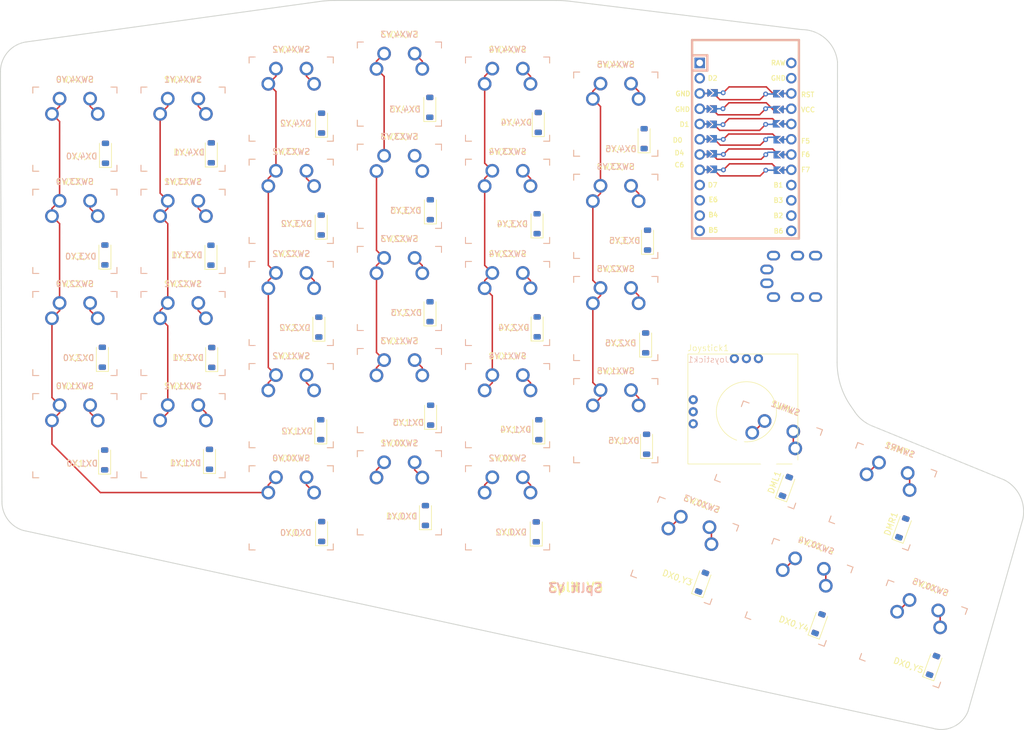
<source format=kicad_pcb>
(kicad_pcb (version 20240108) (generator "pcbnew") (generator_version "8.0")
  (layers (0 "F.Cu" signal) (31 "B.Cu" signal) (34 "B.Paste" user) (35 "F.Paste" user) (36 "B.SilkS" user "B.Silkscreen") (37 "F.SilkS" user "F.Silkscreen") (38 "B.Mask" user) (39 "F.Mask" user) (44 "Edge.Cuts" user))
  (net 0 "")
  (net 1 "Net-(DX0,Y0-A)")
  (net 2 "Net-(DX0,Y1-A)")
  (net 3 "Net-(DX0,Y2-A)")
  (net 4 "Net-(DX0,Y3-A)")
  (net 5 "Net-(DX0,Y4-A)")
  (net 6 "Net-(DX0,Y5-A)")
  (net 7 "Net-(DX1,Y0-A)")
  (net 8 "Net-(DX1,Y1-A)")
  (net 9 "Net-(DX1,Y2-A)")
  (net 10 "Net-(DX1,Y3-A)")
  (net 11 "Net-(DX1,Y4-A)")
  (net 12 "Net-(DX1,Y5-A)")
  (net 13 "Net-(DX2,Y0-A)")
  (net 15 "Net-(DX2,Y1-A)")
  (net 16 "Net-(DX2,Y2-A)")
  (net 17 "Net-(DX2,Y3-A)")
  (net 18 "Net-(DX2,Y4-A)")
  (net 19 "Net-(DX2,Y5-A)")
  (net 20 "Net-(DX3,Y0-A)")
  (net 21 "Net-(DX3,Y1-A)")
  (net 22 "Net-(DX3,Y2-A)")
  (net 23 "Net-(DX3,Y3-A)")
  (net 25 "Net-(DX3,Y4-A)")
  (net 26 "unconnected-(ProMicro1-GND-Pad4)")
  (net 27 "Net-(DX3,Y5-A)")
  (net 28 "Net-(DX4,Y0-A)")
  (net 29 "unconnected-(ProMicro1-RST-Pad22)")
  (net 30 "Net-(DX4,Y1-A)")
  (net 31 "Net-(DX4,Y2-A)")
  (net 33 "Net-(DX4,Y3-A)")
  (net 34 "Net-(DX4,Y4-A)")
  (net 35 "Net-(DX4,Y5-A)")
  (net 38 "Row0")
  (net 39 "Row1")
  (net 40 "Row2")
  (net 41 "Row3")
  (net 42 "Row4")
  (net 43 "Col5")
  (net 44 "Gnd")
  (net 45 "Col0")
  (net 46 "SCL")
  (net 47 "SDA")
  (net 48 "VCC")
  (net 49 "/Net-(DX0,Y3-A)")
  (net 50 "/Net-(DX0,Y4-A)")
  (net 51 "Col2")
  (net 52 "Col1")
  (net 53 "Col4")
  (net 54 "Col3")
  (net 55 "Joy2")
  (net 56 "Joy1")
  (footprint "Custom:D_SOD-123_bothside" (layer "F.Cu") (at 132.601803 91.98391 90)
    (property "Reference" "DX3,Y2")
    (property "Value" "~")
  )
  (footprint "Custom:D_SOD-123_bothside" (layer "F.Cu") (at 186.734423 128.462226 90)
    (property "Reference" "DX1,Y5")
    (property "Value" "~")
  )
  (footprint "Keys pretty:SW_MX_reversible" (layer "F.Cu") (at 91.61 127.04)
    (property "Reference" "SWX1,Y0")
    (property "Value" "~")
  )
  (footprint "Custom:D_SOD-123_bothside" (layer "F.Cu") (at 150.762593 89.43697 90)
    (property "Reference" "DX3,Y3")
    (property "Value" "~")
  )
  (footprint "Keys pretty:SW_MX_reversible" (layer "F.Cu") (at 91.61 76.04)
    (property "Reference" "SWX4,Y0")
    (property "Value" "~")
  )
  (footprint "arduino:joystick" (layer "F.Cu") (at 203.350629 123.059163 90)
    (property "Reference" "Joystick1")
    (property "Value" "~")
  )
  (footprint "Keys pretty:SW_MX_reversible" (layer "F.Cu") (at 181.61 124.54)
    (property "Reference" "SWX1,Y5")
    (property "Value" "~")
  )
  (footprint "Keys pretty:SW_MX_reversible" (layer "F.Cu") (at 163.61 122.04)
    (property "Reference" "SWX1,Y4")
    (property "Value" "~")
  )
  (footprint "Custom:D_SOD-123_bothside" (layer "F.Cu") (at 132.211251 108.961614 90)
    (property "Reference" "DX2,Y2")
    (property "Value" "~")
  )
  (footprint "Keys pretty:SW_MX_reversible" (layer "F.Cu") (at 193.082449 146.168184 -20)
    (property "Reference" "SWX0,Y3")
    (property "Value" "~")
  )
  (footprint "Custom:D_SOD-123_bothside" (layer "F.Cu") (at 96.568428 131.076583 90)
    (property "Reference" "DX1,Y0")
    (property "Value" "~")
  )
  (footprint "Keys pretty:SW_MX_reversible" (layer "F.Cu") (at 109.61 93.04)
    (property "Reference" "SWX3,Y1")
    (property "Value" "~")
  )
  (footprint "MountingHole:MountingHole_4.3mm_M4_ISO14580" (layer "F.Cu") (at 202.621115 64.619518)
    (property "Reference" "REF**" (hide yes))
    (property "Value" "MountingHole_4.3mm_M4_ISO14580" (hide yes))
  )
  (footprint "Custom:D_SOD-123_bothside" (layer "F.Cu") (at 132.656338 75.021168 90)
    (property "Reference" "DX4,Y2")
    (property "Value" "~")
  )
  (footprint "Custom:D_SOD-123_bothside" (layer "F.Cu") (at 150.66948 72.400404 90)
    (property "Reference" "DX4,Y3")
    (property "Value" "~")
  )
  (footprint "Keebio-Parts.pretty-master:ArduinoProMicro" (layer "F.Cu") (at 203.2 78.986268)
    (property "Reference" "ProMicro1" (hide yes))
    (property "Value" "~" (hide yes))
  )
  (footprint "Custom:D_SOD-123_bothside" (layer "F.Cu") (at 168.51735 91.762437 90)
    (property "Reference" "DX3,Y4")
    (property "Value" "~")
  )
  (footprint "Custom:D_SOD-123_bothside" (layer "F.Cu") (at 234.397728 165.259317 70)
    (property "Reference" "DX0,Y5")
    (property "Value" "~")
  )
  (footprint "Custom:D_SOD-123_bothside" (layer "F.Cu") (at 114.00943 130.965847 90)
    (property "Reference" "DX1,Y1")
    (property "Value" "~")
  )
  (footprint "Custom:D_SOD-123_bothside" (layer "F.Cu") (at 229.29982 142.385736 70)
    (property "Reference" "DMR1")
    (property "Value" "~")
  )
  (footprint "Custom:D_SOD-123_bothside" (layer "F.Cu") (at 215.351045 158.319828 70)
    (property "Reference" "DX0,Y4")
    (property "Value" "~")
  )
  (footprint "Custom:D_SOD-123_bothside" (layer "F.Cu") (at 150.802734 123.615948 90)
    (property "Reference" "DX1,Y3")
    (property "Value" "~")
  )
  (footprint "Custom:D_SOD-123_bothside" (layer "F.Cu") (at 114.310987 79.9674 90)
    (property "Reference" "DX4,Y1")
    (property "Value" "~")
  )
  (footprint "Keys pretty:SW_MX_reversible" (layer "F.Cu") (at 127.61 88.04)
    (property "Reference" "SWX3,Y2")
    (property "Value" "~")
  )
  (footprint "Keys pretty:SW_MX_reversible" (layer "F.Cu") (at 145.61 68.54)
    (property "Reference" "SWX4,Y3")
    (property "Value" "~")
  )
  (footprint "Custom:D_SOD-123_bothside" (layer "F.Cu") (at 168.532832 108.924702 90)
    (property "Reference" "DX2,Y4")
    (property "Value" "~")
  )
  (footprint "Keys pretty:SW_MX_reversible" (layer "F.Cu") (at 127.61 105.04)
    (property "Reference" "SWX2,Y2")
    (property "Value" "~")
  )
  (footprint "Custom:D_SOD-123_bothside" (layer "F.Cu") (at 186.326641 77.60502 90)
    (property "Reference" "DX4,Y5")
    (property "Value" "~")
  )
  (footprint "Keys pretty:SW_MX_reversible" (layer "F.Cu") (at 127.61 139.04)
    (property "Reference" "SWX0,Y0")
    (property "Value" "~")
  )
  (footprint "arduino:TRRS-PJ-320A-dual" (layer "F.Cu") (at 218.055848 101.679405 -90)
    (property "Reference" "J1" (hide yes))
    (property "Value" "AudioJack4" (hide yes))
  )
  (footprint "Custom:D_SOD-123_bothside" (layer "F.Cu") (at 168.803195 126.039087 90)
    (property "Reference" "DX1,Y4")
    (property "Value" "~")
  )
  (footprint "Custom:D_SOD-123_bothside" (layer "F.Cu") (at 96.612432 96.967053 90)
    (property "Reference" "DX3,Y0")
    (property "Value" "~")
  )
  (footprint "Keys pretty:SW_MX_reversible" (layer "F.Cu") (at 163.61 88.04)
    (property "Reference" "SWX3,Y4")
    (property "Value" "~")
  )
  (footprint "Keys pretty:SW_MX_reversible" (layer "F.Cu") (at 181.61 107.54)
    (property "Reference" "SWX2,Y5")
    (property "Value" "~")
  )
  (footprint "Custom:D_SOD-123_bothside" (layer "F.Cu") (at 114.256452 97.003966 90)
    (property "Reference" "DX3,Y1")
    (property "Value" "~")
  )
  (footprint "Keys pretty:SW_MX_reversible" (layer "F.Cu") (at 109.61 110.04)
    (property "Reference" "SWX2,Y1")
    (property "Value" "~")
  )
  (footprint "Custom:D_SOD-123_bothside" (layer "F.Cu") (at 195.961602 151.417159 70)
    (property "Reference" "DX0,Y3")
    (property "Value" "~")
  )
  (footprint "Keys pretty:SW_MX_reversible" (layer "F.Cu") (at 145.61 119.54)
    (property "Reference" "SWX1,Y3")
    (property "Value" "~")
  )
  (footprint "Keys pretty:SW_MX_reversible" (layer "F.Cu") (at 226.06 137.16 -20)
    (property "Reference" "SWMR1")
    (property "Value" "~")
  )
  (footprint "Keys pretty:SW_MX_reversible" (layer "F.Cu") (at 231.14 160.02 -20)
    (property "Reference" "SWX0,Y5")
    (property "Value" "~")
  )
  (footprint "Custom:D_SOD-123_bothside" (layer "F.Cu") (at 168.381064 143.036128 90)
    (property "Reference" "DX0,Y2")
    (property "Value" "~")
  )
  (footprint "Keys pretty:SW_MX_reversible" (layer "F.Cu") (at 163.61 105.04)
    (property "Reference" "SWX2,Y4")
    (property "Value" "~")
  )
  (footprint "Keys pretty:SW_MX_reversible" (layer "F.Cu") (at 127.61 122.04)
    (property "Reference" "SWX1,Y2")
    (property "Value" "~")
  )
  (footprint "MountingHole:MountingHole_4.3mm_M4_ISO14580" (layer "F.Cu") (at 200.173289 105.15974)
    (property "Reference" "REF**" (hide yes))
    (property "Value" "MountingHole_4.3mm_M4_ISO14580" (hide yes))
  )
  (footprint "Custom:D_SOD-123_bothside" (layer "F.Cu") (at 186.899613 94.493938 90)
    (property "Reference" "DX3,Y5")
    (property "Value" "~")
  )
  (footprint "Custom:D_SOD-123_bothside" (layer "F.Cu") (at 96.70388 80.041224 90)
    (property "Reference" "DX4,Y0")
    (property "Value" "~")
  )
  (footprint "Keys pretty:SW_MX_reversible" (layer "F.Cu") (at 207.031224 130.234092 -20)
    (property "Reference" "SWML1")
    (property "Value" "~")
  )
  (footprint "Keys pretty:SW_MX_reversible" (layer "F.Cu") (at 145.61 136.54)
    (property "Reference" "SWX0,Y1")
    (property "Value" "~")
  )
  (footprint "Custom:D_SOD-123_bothside" (layer "F.Cu") (at 209.910377 135.483067 70)
    (property "Reference" "DML1")
    (property "Value" "~")
  )
  (footprint "Keys pretty:SW_MX_reversible" (layer "F.Cu") (at 163.61 71.04)
    (property "Reference" "SWX4,Y4")
    (property "Value" "~")
  )
  (footprint "Keys pretty:SW_MX_reversible" (layer "F.Cu") (at 212.111225 153.094092 -20)
    (property "Reference" "SWX0,Y4")
    (property "Value" "~")
  )
  (footprint "Keys pretty:SW_MX_reversible" (layer "F.Cu") (at 145.61 102.54)
    (property "Reference" "SWX2,Y3")
    (property "Value" "~")
  )
  (footprint "Keys pretty:SW_MX_reversible" (layer "F.Cu") (at 145.61 85.54)
    (property "Reference" "SWX3,Y3")
    (property "Value" "~")
  )
  (footprint "Keys pretty:SW_MX_reversible" (layer "F.Cu") (at 163.61 139.04)
    (property "Reference" "SWX0,Y2")
    (property "Value" "~")
  )
  (footprint "Keys pretty:SW_MX_reversible" (layer "F.Cu") (at 109.61 127.04)
    (property "Reference" "SWX1,Y1")
    (property "Value" "~")
  )
  (footprint "Custom:D_SOD-123_bothside" (layer "F.Cu") (at 132.525342 126.039087 90)
    (property "Reference" "DX1,Y2")
    (property "Value" "~")
  )
  (footprint "Keys pretty:SW_MX_reversible" (layer "F.Cu") (at 181.61 73.54)
    (property "Reference" "SWX4,Y5")
    (property "Value" "~")
  )
  (footprint "MountingHole:MountingHole_4.3mm_M4_ISO14580" (layer "F.Cu") (at 241.3 142.24)
    (property "Reference" "REF**" (hide yes))
    (property "Value" "MountingHole_4.3mm_M4_ISO14580" (hide yes))
  )
  (footprint "Custom:D_SOD-123_bothside" (layer "F.Cu") (at 96.184969 113.98167 90)
    (property "Reference" "DX2,Y0")
    (property "Value" "~")
  )
  (footprint "Keys pretty:SW_MX_reversible" (layer "F.Cu") (at 91.61 93.04)
    (property "Reference" "SWX3,Y0")
    (property "Value" "~")
  )
  (footprint "Custom:D_SOD-123_bothside" (layer "F.Cu") (at 186.582733 111.600911 90)
    (property "Reference" "DX2,Y5")
    (property "Value" "~")
  )
  (footprint "MountingHole:MountingHole_4.3mm_M4_ISO14580" (layer "F.Cu") (at 105.248758 63.108852)
    (property "Reference" "REF**" (hide yes))
    (property "Value" "MountingHole_4.3mm_M4_ISO14580" (hide yes))
  )
  (footprint "MountingHole:MountingHole_4.3mm_M4_ISO14580" (layer "F.Cu") (at 112.646985 141.498878)
    (property "Reference" "REF**" (hide yes))
    (property "Value" "MountingHole_4.3mm_M4_ISO14580" (hide yes))
  )
  (footprint "Custom:D_SOD-123_bothside" (layer "F.Cu") (at 114.382671 114.018582 90)
    (property "Reference" "DX2,Y1")
    (property "Value" "~")
  )
  (footprint "Keys pretty:SW_MX_reversible" (layer "F.Cu") (at 109.61 76.04)
    (property "Reference" "SWX4,Y1")
    (property "Value" "~")
  )
  (footprint "Custom:D_SOD-123_bothside" (layer "F.Cu") (at 132.668535 142.98076 90)
    (property "Reference" "DX0,Y0")
    (property "Value" "~")
  )
  (footprint "Keys pretty:SW_MX_reversible" (layer "F.Cu") (at 181.61 90.54)
    (property "Reference" "SWX3,Y5")
    (property "Value" "~")
  )
  (footprint "Custom:D_SOD-123_bothside" (layer "F.Cu") (at 150.704251 106.403335 90)
    (property "Reference" "DX2,Y3")
    (property "Value" "~")
  )
  (footprint "Keys pretty:SW_MX_reversible" (layer "F.Cu") (at 91.61 110.04)
    (property "Reference" "SWX2,Y0")
    (property "Value" "~")
  )
  (footprint "Custom:D_SOD-123_bothside" (layer "F.Cu") (at 168.719533 74.910432 90)
    (property "Reference" "DX4,Y4")
    (property "Value" "~")
  )
  (footprint "Custom:D_SOD-123_bothside" (layer "F.Cu") (at 149.943433 140.323083 90)
    (property "Reference" "DX0,Y1")
    (property "Value" "~")
  )
  (footprint "Keys pretty:SW_MX_reversible" (layer "F.Cu") (at 127.61 71.04)
    (property "Reference" "SWX4,Y2")
    (property "Value" "~")
  )
  (gr_line (start 79.477279 138.022361) (end 79.229999 66.473551) (stroke (width 0.15)) (layer "Edge.Cuts"))
  (gr_line (start 246.255809 134.396385) (end 224.253241 125.409604) (stroke (width 0.15)) (layer "Edge.Cuts"))
  (gr_arc (start 82.987736 142.795333) (mid 80.449407 140.984814) (end 79.477279 138.022361) (stroke (width 0.15)) (layer "Edge.Cuts"))
  (gr_arc (start 220.681757 122.053089) (mid 219.014606 118.616456) (end 218.444728 114.839545) (stroke (width 0.15)) (layer "Edge.Cuts"))
  (gr_arc (start 212.538998 59.46938) (mid 216.559016 61.015945) (end 218.504473 64.85881) (stroke (width 0.15)) (layer "Edge.Cuts"))
  (gr_line (start 174.03635 54.760868) (end 212.538998 59.46938) (stroke (width 0.15)) (layer "Edge.Cuts"))
  (gr_arc (start 240.233758 172.877296) (mid 237.851054 175.443177) (end 234.360737 175.723727) (stroke (width 0.15)) (layer "Edge.Cuts"))
  (gr_line (start 83.542158 61.521089) (end 132.280238 54.798664) (stroke (width 0.15)) (layer "Edge.Cuts"))
  (gr_line (start 218.504474 64.85881) (end 218.444728 114.839545) (stroke (width 0.15)) (layer "Edge.Cuts"))
  (gr_line (start 234.360737 175.723727) (end 82.987736 142.795333) (stroke (width 0.15)) (layer "Edge.Cuts"))
  (gr_line (start 249.32837 140.9769) (end 240.233759 172.877297) (stroke (width 0.15)) (layer "Edge.Cuts"))
  (gr_arc (start 132.280238 54.798664) (mid 133.578634 54.664721) (end 134.883154 54.62) (stroke (width 0.15)) (layer "Edge.Cuts"))
  (gr_arc (start 246.255809 134.396385) (mid 248.919996 137.160003) (end 249.32837 140.9769) (stroke (width 0.15)) (layer "Edge.Cuts"))
  (gr_line (start 134.883154 54.62) (end 171.723941 54.62) (stroke (width 0.15)) (layer "Edge.Cuts"))
  (gr_arc (start 79.229999 66.473551) (mid 80.45911 63.190199) (end 83.542158 61.521089) (stroke (width 0.15)) (layer "Edge.Cuts"))
  (gr_arc (start 224.253241 125.409604) (mid 222.671483 124.476723) (end 221.422813 123.130228) (stroke (width 0.15)) (layer "Edge.Cuts"))
  (gr_arc (start 171.723941 54.62) (mid 172.882289 54.65525) (end 174.03635 54.760868) (stroke (width 0.15)) (layer "Edge.Cuts"))
  (gr_line (start 220.681757 122.053089) (end 221.422813 123.130228) (stroke (width 0.15)) (layer "Edge.Cuts"))
  (gr_text "Split V3" (at 179.571133 153.280314 -0) (layer "B.SilkS") (effects (font (size 1.5 1.5) (thickness 0.3) (bold yes)) (justify left bottom mirror)))
  (gr_text "Joystick1" (at 197.048913 114.372275 -0) (layer "B.SilkS") (effects (font (size 1 1) (thickness 0.1)) (justify mirror)))
  (gr_text "Split V3" (at 170.280243 153.164281 0) (layer "F.SilkS") (effects (font (size 1.5 1.5) (thickness 0.3) (bold yes)) (justify left bottom)))
  (segment (start 130.15 133.96) (end 130.15 135.23) (width 0.25) (layer "F.Cu") (net 1))
  (segment (start 130.15 135.23) (end 131.42 136.5) (width 0.25) (layer "F.Cu") (net 1))
  (segment (start 148.15 131.46) (end 148.15 132.73) (width 0.25) (layer "F.Cu") (net 2))
  (segment (start 148.15 132.73) (end 149.42 134) (width 0.25) (layer "F.Cu") (net 2))
  (segment (start 166.15 133.96) (end 167.42 135.23) (width 0.25) (layer "F.Cu") (net 3))
  (segment (start 167.42 135.23) (end 167.42 136.5) (width 0.25) (layer "F.Cu") (net 3))
  (segment (start 197.531409 142.587955) (end 197.531409 145.084461) (width 0.25) (layer "F.Cu") (net 4))
  (segment (start 197.206731 142.263277) (end 197.531409 142.587955) (width 0.25) (layer "F.Cu") (net 4))
  (segment (start 216.235507 149.189185) (end 216.560185 149.513863) (width 0.25) (layer "F.Cu") (net 5))
  (segment (start 216.560185 149.513863) (end 216.560185 152.010369) (width 0.25) (layer "F.Cu") (net 5))
  (segment (start 235.264282 156.115093) (end 235.58896 156.439771) (width 0.25) (layer "F.Cu") (net 6))
  (segment (start 235.58896 156.439771) (end 235.58896 158.936277) (width 0.25) (layer "F.Cu") (net 6))
  (segment (start 94.15 123.23) (end 94.15 121.96) (width 0.25) (layer "F.Cu") (net 7))
  (segment (start 95.42 124.5) (end 94.15 123.23) (width 0.25) (layer "F.Cu") (net 7))
  (segment (start 113.42 124.5) (end 113.42 123.23) (width 0.25) (layer "F.Cu") (net 8))
  (segment (start 113.42 123.23) (end 112.15 121.96) (width 0.25) (layer "F.Cu") (net 8))
  (segment (start 130.15 118.23) (end 130.15 116.96) (width 0.25) (layer "F.Cu") (net 9))
  (segment (start 131.42 119.5) (end 130.15 118.23) (width 0.25) (layer "F.Cu") (net 9))
  (segment (start 149.42 115.73) (end 148.15 114.46) (width 0.25) (layer "F.Cu") (net 10))
  (segment (start 149.42 117) (end 149.42 115.73) (width 0.25) (layer "F.Cu") (net 10))
  (segment (start 167.42 119.5) (end 167.42 118.23) (width 0.25) (layer "F.Cu") (net 11))
  (segment (start 167.42 118.23) (end 166.15 116.96) (width 0.25) (layer "F.Cu") (net 11))
  (segment (start 185.42 120.73) (end 184.15 119.46) (width 0.25) (layer "F.Cu") (net 12))
  (segment (start 185.42 122) (end 185.42 120.73) (width 0.25) (layer "F.Cu") (net 12))
  (segment (start 94.15 106.23) (end 95.42 107.5) (width 0.25) (layer "F.Cu") (net 13))
  (segment (start 94.15 104.96) (end 94.15 106.23) (width 0.25) (layer "F.Cu") (net 13))
  (segment (start 112.15 106.23) (end 113.42 107.5) (width 0.25) (layer "F.Cu") (net 15))
  (segment (start 112.15 104.96) (end 112.15 106.23) (width 0.25) (layer "F.Cu") (net 15))
  (segment (start 131.42 102.5) (end 131.42 101.23) (width 0.25) (layer "F.Cu") (net 16))
  (segment (start 131.42 101.23) (end 130.15 99.96) (width 0.25) (layer "F.Cu") (net 16))
  (segment (start 149.42 98.73) (end 148.15 97.46) (width 0.25) (layer "F.Cu") (net 17))
  (segment (start 149.42 100) (end 149.42 98.73) (width 0.25) (layer "F.Cu") (net 17))
  (segment (start 167.42 101.23) (end 166.15 99.96) (width 0.25) (layer "F.Cu") (net 18))
  (segment (start 167.42 102.5) (end 167.42 101.23) (width 0.25) (layer "F.Cu") (net 18))
  (segment (start 185.42 105) (end 185.42 103.73) (width 0.25) (layer "F.Cu") (net 19))
  (segment (start 185.42 103.73) (end 184.15 102.46) (width 0.25) (layer "F.Cu") (net 19))
  (segment (start 94.15 89.23) (end 94.15 87.96) (width 0.25) (layer "F.Cu") (net 20))
  (segment (start 95.42 90.5) (end 94.15 89.23) (width 0.25) (layer "F.Cu") (net 20))
  (segment (start 112.15 89.23) (end 112.15 87.96) (width 0.25) (layer "F.Cu") (net 21))
  (segment (start 113.42 90.5) (end 112.15 89.23) (width 0.25) (layer "F.Cu") (net 21))
  (segment (start 131.42 85.5) (end 130.15 84.23) (width 0.25) (layer "F.Cu") (net 22))
  (segment (start 130.15 84.23) (end 130.15 82.96) (width 0.25) (layer "F.Cu") (net 22))
  (segment (start 167.42 84.23) (end 166.15 82.96) (width 0.25) (layer "F.Cu") (net 25))
  (segment (start 167.42 85.5) (end 167.42 84.23) (width 0.25) (layer "F.Cu") (net 25))
  (segment (start 196.9 72.636268) (end 197 72.736268) (width 0.25) (layer "F.Cu") (net 26))
  (segment (start 206.658479 71.644747) (end 208.2 73.186268) (width 0.25) (layer "F.Cu") (net 26))
  (segment (start 195.58 72.636268) (end 196.9 72.636268) (width 0.25) (layer "F.Cu") (net 26))
  (segment (start 199.45 72.636268) (end 200.441521 71.644747) (width 0.25) (layer "F.Cu") (net 26))
  (segment (start 200.441521 71.644747) (end 206.658479 71.644747) (width 0.25) (layer "F.Cu") (net 26))
  (segment (start 196.970418 72.636268) (end 196.994958 72.611728) (width 0.25) (layer "B.Cu") (net 26))
  (segment (start 199.45 72.636268) (end 198.5 72.636268) (width 0.25) (layer "B.Cu") (net 26))
  (segment (start 195.58 72.636268) (end 196.970418 72.636268) (width 0.25) (layer "B.Cu") (net 26))
  (segment (start 198.5 72.636268) (end 198.05 73.086268) (width 0.25) (layer "B.Cu") (net 26))
  (segment (start 185.42 88) (end 185.42 86.73) (width 0.25) (layer "F.Cu") (net 27))
  (segment (start 185.42 86.73) (end 184.15 85.46) (width 0.25) (layer "F.Cu") (net 27))
  (segment (start 94.15 72.23) (end 94.15 70.96) (width 0.25) (layer "F.Cu") (net 28))
  (segment (start 95.42 73.5) (end 94.15 72.23) (width 0.25) (layer "F.Cu") (net 28))
  (segment (start 198.93435 71.129769) (end 198.193063 70.388482) (width 0.25) (layer "F.Cu") (net 29))
  (segment (start 206.55 70.186268) (end 205.606499 71.129769) (width 0.25) (layer "F.Cu") (net 29))
  (segment (start 209.31 70.096268) (end 209.3 70.086268) (width 0.25) (layer "F.Cu") (net 29))
  (segment (start 205.606499 71.129769) (end 198.93435 71.129769) (width 0.25) (layer "F.Cu") (net 29))
  (segment (start 210.82 70.096268) (end 209.31 70.096268) (width 0.25) (layer "F.Cu") (net 29))
  (segment (start 210.82 70.096268) (end 209.419582 70.096268) (width 0.25) (layer "B.Cu") (net 29))
  (segment (start 208.196592 69.732348) (end 207.742672 70.186268) (width 0.25) (layer "B.Cu") (net 29))
  (segment (start 209.419582 70.096268) (end 209.305042 70.210808) (width 0.25) (layer "B.Cu") (net 29))
  (segment (start 207.742672 70.186268) (end 206.55 70.186268) (width 0.25) (layer "B.Cu") (net 29))
  (segment (start 112.15 72.23) (end 113.42 73.5) (width 0.25) (layer "F.Cu") (net 30))
  (segment (start 112.15 70.96) (end 112.15 72.23) (width 0.25) (layer "F.Cu") (net 30))
  (segment (start 130.15 65.96) (end 130.15 67.23) (width 0.25) (layer "F.Cu") (net 31))
  (segment (start 130.15 67.23) (end 131.42 68.5) (width 0.25) (layer "F.Cu") (net 31))
  (segment (start 149.42 64.73) (end 149.42 66) (width 0.25) (layer "F.Cu") (net 33))
  (segment (start 148.15 63.46) (end 149.42 64.73) (width 0.25) (layer "F.Cu") (net 33))
  (segment (start 167.42 67.23) (end 167.42 68.5) (width 0.25) (layer "F.Cu") (net 34))
  (segment (start 166.15 65.96) (end 167.42 67.23) (width 0.25) (layer "F.Cu") (net 34))
  (segment (start 184.15 68.46) (end 185.42 69.73) (width 0.25) (layer "F.Cu") (net 35))
  (segment (start 185.42 69.73) (end 185.42 71) (width 0.25) (layer "F.Cu") (net 35))
  (segment (start 199.523986 82.813845) (end 200.530293 81.807538) (width 0.25) (layer "F.Cu") (net 42))
  (segment (start 195.58 82.796268) (end 197.006409 82.796268) (width 0.25) (layer "F.Cu") (net 42))
  (segment (start 200.530293 81.807538) (end 207.617679 81.807538) (width 0.25) (layer "F.Cu") (net 42))
  (segment (start 207.617679 81.807538) (end 208.273986 82.463845) (width 0.25) (layer "F.Cu") (net 42))
  (segment (start 197.006409 82.796268) (end 197.023986 82.813845) (width 0.25) (layer "F.Cu") (net 42))
  (segment (start 196.911981 82.796268) (end 197.018944 82.689305) (width 0.25) (layer "B.Cu") (net 42))
  (segment (start 199.523986 82.813845) (end 198.373986 82.813845) (width 0.25) (layer "B.Cu") (net 42))
  (segment (start 198.373986 82.813845) (end 198.073986 83.113845) (width 0.25) (layer "B.Cu") (net 42))
  (segment (start 195.58 82.796268) (end 196.911981 82.796268) (width 0.25) (layer "B.Cu") (net 42))
  (segment (start 177.8 71) (end 177.8 69.73) (width 0.25) (layer "F.Cu") (net 43))
  (segment (start 179.07 102.46) (end 177.8 101.19) (width 0.25) (layer "F.Cu") (net 43))
  (segment (start 199.518977 80.231265) (end 200.417111 79.333131) (width 0.25) (layer "F.Cu") (net 43))
  (segment (start 177.8 105) (end 179.07 103.73) (width 0.25) (layer "F.Cu") (net 43))
  (segment (start 179.07 72.27) (end 177.8 71) (width 0.25) (layer "F.Cu") (net 43))
  (segment (start 179.07 103.73) (end 179.07 102.46) (width 0.25) (layer "F.Cu") (net 43))
  (segment (start 179.07 120.73) (end 177.8 122) (width 0.25) (layer "F.Cu") (net 43))
  (segment (start 177.8 101.19) (end 177.8 88) (width 0.25) (layer "F.Cu") (net 43))
  (segment (start 179.07 86.73) (end 179.07 85.46) (width 0.25) (layer "F.Cu") (net 43))
  (segment (start 228.428502 156.330084) (end 228.538189 156.330084) (width 0.25) (layer "F.Cu") (net 43))
  (segment (start 179.07 119.46) (end 179.07 120.73) (width 0.25) (layer "F.Cu") (net 43))
  (segment (start 195.58 80.256268) (end 196.993974 80.256268) (width 0.25) (layer "F.Cu") (net 43))
  (segment (start 177.8 69.73) (end 179.07 68.46) (width 0.25) (layer "F.Cu") (net 43))
  (segment (start 196.993974 80.256268) (end 197.018977 80.231265) (width 0.25) (layer "F.Cu") (net 43))
  (segment (start 228.538189 156.330084) (end 230.490643 154.37763) (width 0.25) (layer "F.Cu") (net 43))
  (segment (start 179.07 119.46) (end 177.8 118.19) (width 0.25) (layer "F.Cu") (net 43))
  (segment (start 177.8 88) (end 179.07 86.73) (width 0.25) (layer "F.Cu") (net 43))
  (segment (start 177.8 118.19) (end 177.8 105) (width 0.25) (layer "F.Cu") (net 43))
  (segment (start 179.07 85.46) (end 179.07 72.27) (width 0.25) (layer "F.Cu") (net 43))
  (segment (start 200.417111 79.333131) (end 207.720843 79.333131) (width 0.25) (layer "F.Cu") (net 43))
  (segment (start 207.720843 79.333131) (end 208.268977 79.881265) (width 0.25) (layer "F.Cu") (net 43))
  (segment (start 198.368977 80.231265) (end 198.068977 80.531265) (width 0.25) (layer "B.Cu") (net 43))
  (segment (start 195.58 80.256268) (end 196.864392 80.256268) (width 0.25) (layer "B.Cu") (net 43))
  (segment (start 196.864392 80.256268) (end 197.013935 80.106725) (width 0.25) (layer "B.Cu") (net 43))
  (segment (start 199.518977 80.231265) (end 198.368977 80.231265) (width 0.25) (layer "B.Cu") (net 43))
  (segment (start 195.58 70.096268) (end 197.073679 70.096268) (width 0.25) (layer "F.Cu") (net 44))
  (segment (start 206.66919 69.005458) (end 208.2 70.536268) (width 0.25) (layer "F.Cu") (net 44))
  (segment (start 199.486417 69.986269) (end 200.467228 69.005458) (width 0.25) (layer "F.Cu") (net 44))
  (segment (start 197.073679 70.096268) (end 197.110938 70.059009) (width 0.25) (layer "F.Cu") (net 44))
  (segment (start 200.467228 69.005458) (end 206.66919 69.005458) (width 0.25) (layer "F.Cu") (net 44))
  (segment (start 198.607297 69.986269) (end 198.194612 70.398954) (width 0.25) (layer "B.Cu") (net 44))
  (segment (start 199.486417 69.986269) (end 198.607297 69.986269) (width 0.25) (layer "B.Cu") (net 44))
  (segment (start 195.58 70.096268) (end 196.944097 70.096268) (width 0.25) (layer "B.Cu") (net 44))
  (segment (start 196.944097 70.096268) (end 197.105896 69.934469) (width 0.25) (layer "B.Cu") (net 44))
  (segment (start 123.8 136.5) (end 123.8 135.23) (width 0.25) (layer "F.Cu") (net 45))
  (segment (start 89.07 104.96) (end 89.07 91.77) (width 0.25) (layer "F.Cu") (net 45))
  (segment (start 89.07 106.23) (end 87.8 107.5) (width 0.25) (layer "F.Cu") (net 45))
  (segment (start 87.8 128.44) (end 87.8 124.5) (width 0.25) (layer "F.Cu") (net 45))
  (segment (start 89.07 123.23) (end 87.8 124.5) (width 0.25) (layer "F.Cu") (net 45))
  (segment (start 87.8 89.23) (end 89.07 87.96) (width 0.25) (layer "F.Cu") (net 45))
  (segment (start 123.8 136.5) (end 95.86 136.5) (width 0.25) (layer "F.Cu") (net 45))
  (segment (start 89.07 121.96) (end 89.07 123.23) (width 0.25) (layer "F.Cu") (net 45))
  (segment (start 87.8 107.5) (end 87.8 120.69) (width 0.25) (layer "F.Cu") (net 45))
  (segment (start 89.07 91.77) (end 87.8 90.5) (width 0.25) (layer "F.Cu") (net 45))
  (segment (start 89.07 87.96) (end 89.07 74.77) (width 0.25) (layer "F.Cu") (net 45))
  (segment (start 89.07 104.96) (end 89.07 106.23) (width 0.25) (layer "F.Cu") (net 45))
  (segment (start 87.8 73.5) (end 89.07 72.23) (width 0.25) (layer "F.Cu") (net 45))
  (segment (start 123.8 135.23) (end 125.07 133.96) (width 0.25) (layer "F.Cu") (net 45))
  (segment (start 87.8 120.69) (end 89.07 121.96) (width 0.25) (layer "F.Cu") (net 45))
  (segment (start 89.07 74.77) (end 87.8 73.5) (width 0.25) (layer "F.Cu") (net 45))
  (segment (start 95.86 136.5) (end 87.8 128.44) (width 0.25) (layer "F.Cu") (net 45))
  (segment (start 89.07 72.23) (end 89.07 70.96) (width 0.25) (layer "F.Cu") (net 45))
  (segment (start 87.8 90.5) (end 87.8 89.23) (width 0.25) (layer "F.Cu") (net 45))
  (segment (start 199.5 77.736268) (end 200.392895 76.843373) (width 0.25) (layer "F.Cu") (net 46))
  (segment (start 207.707105 76.843373) (end 208.25 77.386268) (width 0.25) (layer "F.Cu") (net 46))
  (segment (start 200.392895 76.843373) (end 207.707105 76.843373) (width 0.25) (layer "F.Cu") (net 46))
  (segment (start 195.58 77.716268) (end 196.98 77.716268) (width 0.25) (layer "F.Cu") (net 46))
  (segment (start 196.98 77.716268) (end 197 77.736268) (width 0.25) (layer "F.Cu") (net 46))
  (segment (start 199.5 77.736268) (end 198.35 77.736268) (width 0.25) (layer "B.Cu") (net 46))
  (segment (start 195.58 77.716268) (end 196.890418 77.716268) (width 0.25) (layer "B.Cu") (net 46))
  (segment (start 196.890418 77.716268) (end 196.994958 77.611728) (width 0.25) (layer "B.Cu") (net 46))
  (segment (start 198.35 77.736268) (end 198.05 78.036268) (width 0.25) (layer "B.Cu") (net 46))
  (segment (start 196.89 75.176268) (end 197 75.286268) (width 0.25) (layer "F.Cu") (net 47))
  (segment (start 200.451038 74.28523) (end 207.698962 74.28523) (width 0.25) (layer "F.Cu") (net 47))
  (segment (start 207.698962 74.28523) (end 208.15 74.736268) (width 0.25) (layer "F.Cu") (net 47))
  (segment (start 199.45 75.286268) (end 200.451038 74.28523) (width 0.25) (layer "F.Cu") (net 47))
  (segment (start 195.58 75.176268) (end 196.89 75.176268) (width 0.25) (layer "F.Cu") (net 47))
  (segment (start 198.4 75.286268) (end 198.05 75.636268) (width 0.25) (layer "B.Cu") (net 47))
  (segment (start 196.980418 75.176268) (end 196.994958 75.161728) (width 0.25) (layer "B.Cu") (net 47))
  (segment (start 199.45 75.286268) (end 198.4 75.286268) (width 0.25) (layer "B.Cu") (net 47))
  (segment (start 195.58 75.176268) (end 196.980418 75.176268) (width 0.25) (layer "B.Cu") (net 47))
  (segment (start 210.82 72.636268) (end 209.35 72.636268) (width 0.25) (layer "F.Cu") (net 48))
  (segment (start 206.55 72.636268) (end 205.537433 73.648835) (width 0.25) (layer "F.Cu") (net 48))
  (segment (start 198.612567 73.648835) (end 198.05 73.086268) (width 0.25) (layer "F.Cu") (net 48))
  (segment (start 209.35 72.636268) (end 209.3 72.686268) (width 0.25) (layer "F.Cu") (net 48))
  (segment (start 205.537433 73.648835) (end 198.612567 73.648835) (width 0.25) (layer "F.Cu") (net 48))
  (segment (start 206.80392 72.382348) (end 208.196592 72.382348) (width 0.25) (layer "B.Cu") (net 48))
  (segment (start 210.82 72.636268) (end 209.472022 72.636268) (width 0.25) (layer "B.Cu") (net 48))
  (segment (start 206.55 72.636268) (end 206.80392 72.382348) (width 0.25) (layer "B.Cu") (net 48))
  (segment (start 209.472022 72.636268) (end 209.297464 72.810826) (width 0.25) (layer "B.Cu") (net 48))
  (segment (start 211.480184 129.150369) (end 211.155506 128.825691) (width 0.25) (layer "F.Cu") (net 49))
  (segment (start 211.155506 128.825691) (end 211.155506 126.329185) (width 0.25) (layer "F.Cu") (net 49))
  (segment (start 230.50896 133.579771) (end 230.184282 133.255093) (width 0.25) (layer "F.Cu") (net 50))
  (segment (start 230.50896 136.076277) (end 230.50896 133.579771) (width 0.25) (layer "F.Cu") (net 50))
  (segment (start 123.8 98.69) (end 123.8 85.5) (width 0.25) (layer "F.Cu") (net 51))
  (segment (start 123.8 101.23) (end 125.07 99.96) (width 0.25) (layer "F.Cu") (net 51))
  (segment (start 125.07 67.23) (end 125.07 65.96) (width 0.25) (layer "F.Cu") (net 51))
  (segment (start 125.07 116.96) (end 123.8 118.23) (width 0.25) (layer "F.Cu") (net 51))
  (segment (start 123.8 102.5) (end 123.8 101.23) (width 0.25) (layer "F.Cu") (net 51))
  (segment (start 123.8 115.69) (end 123.8 102.5) (width 0.25) (layer "F.Cu") (net 51))
  (segment (start 125.07 69.77) (end 125.07 82.96) (width 0.25) (layer "F.Cu") (net 51))
  (segment (start 123.8 118.23) (end 123.8 119.5) (width 0.25) (layer "F.Cu") (net 51))
  (segment (start 123.8 85.5) (end 123.8 84.23) (width 0.25) (layer "F.Cu") (net 51))
  (segment (start 159.8 135.23) (end 161.07 133.96) (width 0.25) (layer "F.Cu") (net 51))
  (segment (start 123.8 68.5) (end 125.07 67.23) (width 0.25) (layer "F.Cu") (net 51))
  (segment (start 125.07 116.96) (end 123.8 115.69) (width 0.25) (layer "F.Cu") (net 51))
  (segment (start 125.07 99.96) (end 123.8 98.69) (width 0.25) (layer "F.Cu") (net 51))
  (segment (start 123.8 68.5) (end 125.07 69.77) (width 0.25) (layer "F.Cu") (net 51))
  (segment (start 159.8 136.5) (end 159.8 135.23) (width 0.25) (layer "F.Cu") (net 51))
  (segment (start 123.8 84.23) (end 125.07 82.96) (width 0.25) (layer "F.Cu") (net 51))
  (segment (start 107.07 121.96) (end 107.07 108.77) (width 0.25) (layer "F.Cu") (net 52))
  (segment (start 105.8 107.5) (end 105.8 106.23) (width 0.25) (layer "F.Cu") (net 52))
  (segment (start 107.07 123.23) (end 105.8 124.5) (width 0.25) (layer "F.Cu") (net 52))
  (segment (start 105.8 106.23) (end 107.07 104.96) (width 0.25) (layer "F.Cu") (net 52))
  (segment (start 107.07 87.96) (end 107.07 89.23) (width 0.25) (layer "F.Cu") (net 52))
  (segment (start 107.07 91.77) (end 105.8 90.5) (width 0.25) (layer "F.Cu") (net 52))
  (segment (start 107.07 108.77) (end 105.8 107.5) (width 0.25) (layer "F.Cu") (net 52))
  (segment (start 141.8 134) (end 141.8 132.73) (width 0.25) (layer "F.Cu") (net 52))
  (segment (start 107.07 89.23) (end 105.8 90.5) (width 0.25) (layer "F.Cu") (net 52))
  (segment (start 107.07 72.23) (end 107.07 70.96) (width 0.25) (layer "F.Cu") (net 52))
  (segment (start 105.8 73.5) (end 107.07 72.23) (width 0.25) (layer "F.Cu") (net 52))
  (segment (start 105.8 86.69) (end 105.8 73.5) (width 0.25) (layer "F.Cu") (net 52))
  (segment (start 107.07 87.96) (end 105.8 86.69) (width 0.25) (layer "F.Cu") (net 52))
  (segment (start 107.07 121.96) (end 107.07 123.23) (width 0.25) (layer "F.Cu") (net 52))
  (segment (start 107.07 104.96) (end 107.07 91.77) (width 0.25) (layer "F.Cu") (net 52))
  (segment (start 141.8 132.73) (end 143.07 131.46) (width 0.25) (layer "F.Cu") (net 52))
  (segment (start 159.8 68.5) (end 159.8 67.23) (width 0.25) (layer "F.Cu") (net 53))
  (segment (start 159.8 101.23) (end 161.07 99.96) (width 0.25) (layer "F.Cu") (net 53))
  (segment (start 210.82 75.176268) (end 209.44 75.176268) (width 0.25) (layer "F.Cu") (net 53))
  (segment (start 161.07 99.96) (end 159.8 98.69) (width 0.25) (layer "F.Cu") (net 53))
  (segment (start 159.8 67.23) (end 161.07 65.96) (width 0.25) (layer "F.Cu") (net 53))
  (segment (start 205.549983 76.236285) (end 198.909911 76.236285) (width 0.25) (layer "F.Cu") (net 53))
  (segment (start 159.8 81.69) (end 161.07 82.96) (width 0.25) (layer "F.Cu") (net 53))
  (segment (start 198.909911 76.236285) (end 198.046592 75.372966) (width 0.25) (layer "F.Cu") (net 53))
  (segment (start 159.8 98.69) (end 159.8 85.5) (width 0.25) (layer "F.Cu") (net 53))
  (segment (start 198.046592 75.372966) (end 198.046592 74.832348) (width 0.25) (layer "F.Cu") (net 53))
  (segment (start 159.8 85.5) (end 159.8 84.23) (width 0.25) (layer "F.Cu") (net 53))
  (segment (start 209.509414 149.404176) (end 211.461868 147.451722) (width 0.25) (layer "F.Cu") (net 53))
  (segment (start 159.8 68.5) (end 159.8 81.69) (width 0.25) (layer "F.Cu") (net 53))
  (segment (start 159.8 84.23) (end 161.07 82.96) (width 0.25) (layer "F.Cu") (net 53))
  (segment (start 159.8 102.5) (end 159.8 101.23) (width 0.25) (layer "F.Cu") (net 53))
  (segment (start 161.07 116.96) (end 161.07 103.77) (width 0.25) (layer "F.Cu") (net 53))
  (segment (start 209.44 75.176268) (end 209.35 75.086268) (width 0.25) (layer "F.Cu") (net 53))
  (segment (start 161.07 103.77) (end 159.8 102.5) (width 0.25) (layer "F.Cu") (net 53))
  (segment (start 206.55 75.236268) (end 205.549983 76.236285) (width 0.25) (layer "F.Cu") (net 53))
  (segment (start 161.07 118.23) (end 159.8 119.5) (width 0.25) (layer "F.Cu") (net 53))
  (segment (start 161.07 116.96) (end 161.07 118.23) (width 0.25) (layer "F.Cu") (net 53))
  (segment (start 209.399727 149.404176) (end 209.509414 149.404176) (width 0.25) (layer "F.Cu") (net 53))
  (segment (start 209.389582 75.176268) (end 209.355042 75.210808) (width 0.25) (layer "B.Cu") (net 53))
  (segment (start 206.55 75.236268) (end 207.65 75.236268) (width 0.25) (layer "B.Cu") (net 53))
  (segment (start 207.65 75.236268) (end 208.15 74.736268) (width 0.25) (layer "B.Cu") (net 53))
  (segment (start 210.82 75.176268) (end 209.389582 75.176268) (width 0.25) (layer "B.Cu") (net 53))
  (segment (start 141.8 100) (end 141.8 98.73) (width 0.25) (layer "F.Cu") (net 54))
  (segment (start 209.37 77.716268) (end 209.35 77.736268) (width 0.25) (layer "F.Cu") (net 54))
  (segment (start 143.07 97.46) (end 141.8 96.19) (width 0.25) (layer "F.Cu") (net 54))
  (segment (start 143.07 114.46) (end 141.8 115.73) (width 0.25) (layer "F.Cu") (net 54))
  (segment (start 143.07 67.27) (end 141.8 66) (width 0.25) (layer "F.Cu") (net 54))
  (segment (start 141.8 98.73) (end 143.07 97.46) (width 0.25) (layer "F.Cu") (net 54))
  (segment (start 206.55 77.786268) (end 205.64651 78.689758) (width 0.25) (layer "F.Cu") (net 54))
  (segment (start 210.82 77.716268) (end 209.37 77.716268) (width 0.25) (layer "F.Cu") (net 54))
  (segment (start 141.8 115.73) (end 141.8 117) (width 0.25) (layer "F.Cu") (net 54))
  (segment (start 190.480638 142.478268) (end 192.433092 140.525814) (width 0.25) (layer "F.Cu") (net 54))
  (segment (start 143.07 80.46) (end 143.07 67.27) (width 0.25) (layer "F.Cu") (net 54))
  (segment (start 141.8 113.19) (end 141.8 100) (width 0.25) (layer "F.Cu") (net 54))
  (segment (start 198.990857 78.689758) (end 198.046592 77.745493) (width 0.25) (layer "F.Cu") (net 54))
  (segment (start 141.8 66) (end 141.8 64.73) (width 0.25) (layer "F.Cu") (net 54))
  (segment (start 205.64651 78.689758) (end 198.990857 78.689758) (width 0.25) (layer "F.Cu") (net 54))
  (segment (start 141.8 96.19) (end 141.8 83) (width 0.25) (layer "F.Cu") (net 54))
  (segment (start 143.07 114.46) (end 141.8 113.19) (width 0.25) (layer "F.Cu") (net 54))
  (segment (start 198.046592 77.745493) (end 198.046592 77.232348) (width 0.25) (layer "F.Cu") (net 54))
  (segment (start 190.370951 142.478268) (end 190.480638 142.478268) (width 0.25) (layer "F.Cu") (net 54))
  (segment (start 141.8 64.73) (end 143.07 63.46) (width 0.25) (layer "F.Cu") (net 54))
  (segment (start 206.55 77.786268) (end 206.95 77.386268) (width 0.25) (layer "B.Cu") (net 54))
  (segment (start 209.499582 77.716268) (end 209.355042 77.860808) (width 0.25) (layer "B.Cu") (net 54))
  (segment (start 206.95 77.386268) (end 208.25 77.386268) (width 0.25) (layer "B.Cu") (net 54))
  (segment (start 210.82 77.716268) (end 209.499582 77.716268) (width 0.25) (layer "B.Cu") (net 54))
  (segment (start 198.948989 83.811626) (end 198.070578 82.933215) (width 0.25) (layer "F.Cu") (net 55))
  (segment (start 204.319726 126.544176) (end 204.429413 126.544176) (width 0.25) (layer "F.Cu") (net 55))
  (segment (start 210.82 82.796268) (end 209.391563 82.796268) (width 0.25) (layer "F.Cu") (net 55))
  (segment (start 205.626205 83.811626) (end 198.948989 83.811626) (width 0.25) (layer "F.Cu") (net 55))
  (segment (start 204.429413 126.544176) (end 206.381867 124.591722) (width 0.25) (layer "F.Cu") (net 55))
  (segment (start 206.573986 82.863845) (end 205.626205 83.811626) (width 0.25) (layer "F.Cu") (net 55))
  (segment (start 209.391563 82.796268) (end 209.373986 82.813845) (width 0.25) (layer "F.Cu") (net 55))
  (segment (start 198.070578 82.933215) (end 198.070578 82.309925) (width 0.25) (layer "F.Cu") (net 55))
  (segment (start 210.82 82.796268) (end 209.521145 82.796268) (width 0.25) (layer "B.Cu") (net 55))
  (segment (start 209.521145 82.796268) (end 209.379028 82.938385) (width 0.25) (layer "B.Cu") (net 55))
  (segment (start 207.873986 82.863845) (end 208.273986 82.463845) (width 0.25) (layer "B.Cu") (net 55))
  (segment (start 206.573986 82.863845) (end 207.873986 82.863845) (width 0.25) (layer "B.Cu") (net 55))
  (segment (start 198.065569 80.639416) (end 198.065569 79.727345) (width 0.25) (layer "F.Cu") (net 56))
  (segment (start 225.410643 131.51763) (end 225.300956 131.51763) (width 0.25) (layer "F.Cu") (net 56))
  (segment (start 206.568977 80.281265) (end 205.808891 81.041351) (width 0.25) (layer "F.Cu") (net 56))
  (segment (start 205.808891 81.041351) (end 198.467504 81.041351) (width 0.25) (layer "F.Cu") (net 56))
  (segment (start 209.39398 80.256268) (end 209.368977 80.231265) (width 0.25) (layer "F.Cu") (net 56))
  (segment (start 198.467504 81.041351) (end 198.065569 80.639416) (width 0.25) (layer "F.Cu") (net 56))
  (segment (start 210.82 80.256268) (end 209.39398 80.256268) (width 0.25) (layer "F.Cu") (net 56))
  (segment (start 225.300956 131.51763) (end 223.348502 133.470084) (width 0.25) (layer "F.Cu") (net 56))
  (segment (start 210.82 80.256268) (end 209.473556 80.256268) (width 0.25) (layer "B.Cu") (net 56))
  (segment (start 209.473556 80.256268) (end 209.374019 80.355805) (width 0.25) (layer "B.Cu") (net 56))
  (segment (start 206.568977 80.281265) (end 206.968977 79.881265) (width 0.25) (layer "B.Cu") (net 56))
  (segment (start 206.968977 79.881265) (end 208.268977 79.881265) (width 0.25) (layer "B.Cu") (net 56))
)
</source>
